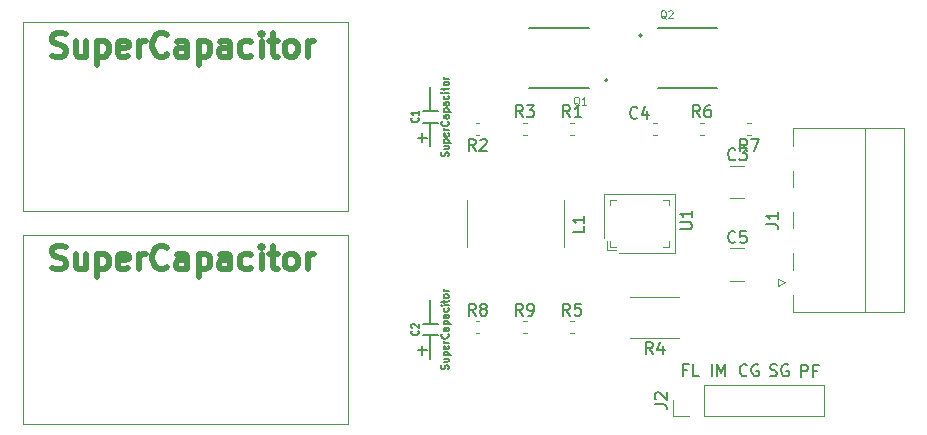
<source format=gbr>
%TF.GenerationSoftware,KiCad,Pcbnew,(5.1.6)-1*%
%TF.CreationDate,2020-12-03T13:02:19+08:00*%
%TF.ProjectId,SuperCap_UPS,53757065-7243-4617-905f-5550532e6b69,rev?*%
%TF.SameCoordinates,Original*%
%TF.FileFunction,Legend,Top*%
%TF.FilePolarity,Positive*%
%FSLAX46Y46*%
G04 Gerber Fmt 4.6, Leading zero omitted, Abs format (unit mm)*
G04 Created by KiCad (PCBNEW (5.1.6)-1) date 2020-12-03 13:02:19*
%MOMM*%
%LPD*%
G01*
G04 APERTURE LIST*
%ADD10C,0.150000*%
%ADD11C,0.120000*%
%ADD12C,0.200000*%
%ADD13C,0.127000*%
%ADD14C,0.203200*%
%ADD15C,0.015000*%
%ADD16C,0.500000*%
G04 APERTURE END LIST*
D10*
X197409523Y-115502380D02*
X197409523Y-114502380D01*
X197790476Y-114502380D01*
X197885714Y-114550000D01*
X197933333Y-114597619D01*
X197980952Y-114692857D01*
X197980952Y-114835714D01*
X197933333Y-114930952D01*
X197885714Y-114978571D01*
X197790476Y-115026190D01*
X197409523Y-115026190D01*
X198742857Y-114978571D02*
X198409523Y-114978571D01*
X198409523Y-115502380D02*
X198409523Y-114502380D01*
X198885714Y-114502380D01*
X194764285Y-115404761D02*
X194907142Y-115452380D01*
X195145238Y-115452380D01*
X195240476Y-115404761D01*
X195288095Y-115357142D01*
X195335714Y-115261904D01*
X195335714Y-115166666D01*
X195288095Y-115071428D01*
X195240476Y-115023809D01*
X195145238Y-114976190D01*
X194954761Y-114928571D01*
X194859523Y-114880952D01*
X194811904Y-114833333D01*
X194764285Y-114738095D01*
X194764285Y-114642857D01*
X194811904Y-114547619D01*
X194859523Y-114500000D01*
X194954761Y-114452380D01*
X195192857Y-114452380D01*
X195335714Y-114500000D01*
X196288095Y-114500000D02*
X196192857Y-114452380D01*
X196050000Y-114452380D01*
X195907142Y-114500000D01*
X195811904Y-114595238D01*
X195764285Y-114690476D01*
X195716666Y-114880952D01*
X195716666Y-115023809D01*
X195764285Y-115214285D01*
X195811904Y-115309523D01*
X195907142Y-115404761D01*
X196050000Y-115452380D01*
X196145238Y-115452380D01*
X196288095Y-115404761D01*
X196335714Y-115357142D01*
X196335714Y-115023809D01*
X196145238Y-115023809D01*
X192809523Y-115357142D02*
X192761904Y-115404761D01*
X192619047Y-115452380D01*
X192523809Y-115452380D01*
X192380952Y-115404761D01*
X192285714Y-115309523D01*
X192238095Y-115214285D01*
X192190476Y-115023809D01*
X192190476Y-114880952D01*
X192238095Y-114690476D01*
X192285714Y-114595238D01*
X192380952Y-114500000D01*
X192523809Y-114452380D01*
X192619047Y-114452380D01*
X192761904Y-114500000D01*
X192809523Y-114547619D01*
X193761904Y-114500000D02*
X193666666Y-114452380D01*
X193523809Y-114452380D01*
X193380952Y-114500000D01*
X193285714Y-114595238D01*
X193238095Y-114690476D01*
X193190476Y-114880952D01*
X193190476Y-115023809D01*
X193238095Y-115214285D01*
X193285714Y-115309523D01*
X193380952Y-115404761D01*
X193523809Y-115452380D01*
X193619047Y-115452380D01*
X193761904Y-115404761D01*
X193809523Y-115357142D01*
X193809523Y-115023809D01*
X193619047Y-115023809D01*
X189828571Y-115452380D02*
X189828571Y-114452380D01*
X190304761Y-115452380D02*
X190304761Y-114452380D01*
X190638095Y-115166666D01*
X190971428Y-114452380D01*
X190971428Y-115452380D01*
X187738095Y-114928571D02*
X187404761Y-114928571D01*
X187404761Y-115452380D02*
X187404761Y-114452380D01*
X187880952Y-114452380D01*
X188738095Y-115452380D02*
X188261904Y-115452380D01*
X188261904Y-114452380D01*
D11*
%TO.C,J2*%
X186550000Y-118830000D02*
X186550000Y-117500000D01*
X187880000Y-118830000D02*
X186550000Y-118830000D01*
X189150000Y-118830000D02*
X189150000Y-116170000D01*
X189150000Y-116170000D02*
X199370000Y-116170000D01*
X189150000Y-118830000D02*
X199370000Y-118830000D01*
X199370000Y-118830000D02*
X199370000Y-116170000D01*
%TO.C,J1*%
X195400000Y-107800000D02*
X195400000Y-107200000D01*
X196000000Y-107500000D02*
X195400000Y-107800000D01*
X195400000Y-107200000D02*
X196000000Y-107500000D01*
X202800000Y-110060000D02*
X202800000Y-94440000D01*
X196690000Y-99450000D02*
X196690000Y-98050000D01*
X196690000Y-102950000D02*
X196690000Y-101550000D01*
X196690000Y-106450000D02*
X196690000Y-105050000D01*
X196690000Y-94440000D02*
X196690000Y-95950000D01*
X196690000Y-110060000D02*
X196690000Y-108550000D01*
X206110000Y-94440000D02*
X196690000Y-94440000D01*
X206110000Y-110060000D02*
X206110000Y-94440000D01*
X196690000Y-110060000D02*
X206110000Y-110060000D01*
%TO.C,R9*%
X173837221Y-111810000D02*
X174162779Y-111810000D01*
X173837221Y-110790000D02*
X174162779Y-110790000D01*
%TO.C,R8*%
X169837221Y-111810000D02*
X170162779Y-111810000D01*
X169837221Y-110790000D02*
X170162779Y-110790000D01*
%TO.C,R7*%
X193162779Y-93990000D02*
X192837221Y-93990000D01*
X193162779Y-95010000D02*
X192837221Y-95010000D01*
%TO.C,R6*%
X188837221Y-95010000D02*
X189162779Y-95010000D01*
X188837221Y-93990000D02*
X189162779Y-93990000D01*
%TO.C,R5*%
X177837221Y-111810000D02*
X178162779Y-111810000D01*
X177837221Y-110790000D02*
X178162779Y-110790000D01*
%TO.C,R4*%
X187052064Y-108790000D02*
X182947936Y-108790000D01*
X187052064Y-112210000D02*
X182947936Y-112210000D01*
%TO.C,R3*%
X173837221Y-95010000D02*
X174162779Y-95010000D01*
X173837221Y-93990000D02*
X174162779Y-93990000D01*
%TO.C,R2*%
X170162779Y-93990000D02*
X169837221Y-93990000D01*
X170162779Y-95010000D02*
X169837221Y-95010000D01*
%TO.C,R1*%
X177837221Y-95010000D02*
X178162779Y-95010000D01*
X177837221Y-93990000D02*
X178162779Y-93990000D01*
D12*
%TO.C,Q2*%
X183900000Y-86600000D02*
G75*
G03*
X183900000Y-86600000I-100000J0D01*
G01*
D13*
X185300000Y-85950000D02*
X190300000Y-85950000D01*
X185300000Y-91050000D02*
X190300000Y-91050000D01*
D12*
%TO.C,Q1*%
X181000000Y-90400000D02*
G75*
G03*
X181000000Y-90400000I-100000J0D01*
G01*
D13*
X179400000Y-91050000D02*
X174400000Y-91050000D01*
X179400000Y-85950000D02*
X174400000Y-85950000D01*
D11*
%TO.C,C5*%
X191397936Y-107360000D02*
X192602064Y-107360000D01*
X191397936Y-104640000D02*
X192602064Y-104640000D01*
%TO.C,C4*%
X184837221Y-95010000D02*
X185162779Y-95010000D01*
X184837221Y-93990000D02*
X185162779Y-93990000D01*
%TO.C,C3*%
X191397936Y-100360000D02*
X192602064Y-100360000D01*
X191397936Y-97640000D02*
X192602064Y-97640000D01*
%TO.C,L1*%
X177300000Y-104500000D02*
X177300000Y-100500000D01*
X169100000Y-104500000D02*
X169100000Y-100500000D01*
%TO.C,U1*%
X181700000Y-104500000D02*
X181200000Y-104500000D01*
X181200000Y-104500000D02*
X181200000Y-104000000D01*
X181200000Y-101000000D02*
X181200000Y-100500000D01*
X181200000Y-100500000D02*
X181700000Y-100500000D01*
X181700000Y-104750000D02*
X180950000Y-104750000D01*
X180950000Y-104750000D02*
X180950000Y-104000000D01*
X185700000Y-104500000D02*
X186200000Y-104500000D01*
X186200000Y-104500000D02*
X186200000Y-104000000D01*
X186200000Y-101000000D02*
X186200000Y-100500000D01*
X186200000Y-100500000D02*
X185700000Y-100500000D01*
X181950000Y-105000000D02*
X186700000Y-105000000D01*
X186700000Y-105000000D02*
X186700000Y-100000000D01*
X186700000Y-100000000D02*
X180700000Y-100000000D01*
X180700000Y-100000000D02*
X180700000Y-103750000D01*
%TO.C,C2*%
X131500000Y-103500000D02*
X159000000Y-103500000D01*
X159000000Y-119500000D02*
X159000000Y-103500000D01*
X131500000Y-119500000D02*
X131500000Y-103500000D01*
X131500000Y-119500000D02*
X159000000Y-119500000D01*
D14*
X165365000Y-111997840D02*
X166000000Y-111997840D01*
X166000000Y-111997840D02*
X166635000Y-111997840D01*
X165365000Y-111002160D02*
X166000000Y-111002160D01*
X166000000Y-111002160D02*
X166635000Y-111002160D01*
X166000000Y-111997840D02*
X166000000Y-114000000D01*
X166000000Y-111002160D02*
X166000000Y-109000000D01*
D11*
%TO.C,C1*%
X131500000Y-85500000D02*
X159000000Y-85500000D01*
X159000000Y-101500000D02*
X159000000Y-85500000D01*
X131500000Y-101500000D02*
X131500000Y-85500000D01*
X131500000Y-101500000D02*
X159000000Y-101500000D01*
D14*
X165365000Y-93997840D02*
X166000000Y-93997840D01*
X166000000Y-93997840D02*
X166635000Y-93997840D01*
X165365000Y-93002160D02*
X166000000Y-93002160D01*
X166000000Y-93002160D02*
X166635000Y-93002160D01*
X166000000Y-93997840D02*
X166000000Y-96000000D01*
X166000000Y-93002160D02*
X166000000Y-91000000D01*
%TO.C,J2*%
D10*
X185002380Y-117833333D02*
X185716666Y-117833333D01*
X185859523Y-117880952D01*
X185954761Y-117976190D01*
X186002380Y-118119047D01*
X186002380Y-118214285D01*
X185097619Y-117404761D02*
X185050000Y-117357142D01*
X185002380Y-117261904D01*
X185002380Y-117023809D01*
X185050000Y-116928571D01*
X185097619Y-116880952D01*
X185192857Y-116833333D01*
X185288095Y-116833333D01*
X185430952Y-116880952D01*
X186002380Y-117452380D01*
X186002380Y-116833333D01*
%TO.C,J1*%
X194452380Y-102583333D02*
X195166666Y-102583333D01*
X195309523Y-102630952D01*
X195404761Y-102726190D01*
X195452380Y-102869047D01*
X195452380Y-102964285D01*
X195452380Y-101583333D02*
X195452380Y-102154761D01*
X195452380Y-101869047D02*
X194452380Y-101869047D01*
X194595238Y-101964285D01*
X194690476Y-102059523D01*
X194738095Y-102154761D01*
%TO.C,R9*%
X173833333Y-110322380D02*
X173500000Y-109846190D01*
X173261904Y-110322380D02*
X173261904Y-109322380D01*
X173642857Y-109322380D01*
X173738095Y-109370000D01*
X173785714Y-109417619D01*
X173833333Y-109512857D01*
X173833333Y-109655714D01*
X173785714Y-109750952D01*
X173738095Y-109798571D01*
X173642857Y-109846190D01*
X173261904Y-109846190D01*
X174309523Y-110322380D02*
X174500000Y-110322380D01*
X174595238Y-110274761D01*
X174642857Y-110227142D01*
X174738095Y-110084285D01*
X174785714Y-109893809D01*
X174785714Y-109512857D01*
X174738095Y-109417619D01*
X174690476Y-109370000D01*
X174595238Y-109322380D01*
X174404761Y-109322380D01*
X174309523Y-109370000D01*
X174261904Y-109417619D01*
X174214285Y-109512857D01*
X174214285Y-109750952D01*
X174261904Y-109846190D01*
X174309523Y-109893809D01*
X174404761Y-109941428D01*
X174595238Y-109941428D01*
X174690476Y-109893809D01*
X174738095Y-109846190D01*
X174785714Y-109750952D01*
%TO.C,R8*%
X169833333Y-110322380D02*
X169500000Y-109846190D01*
X169261904Y-110322380D02*
X169261904Y-109322380D01*
X169642857Y-109322380D01*
X169738095Y-109370000D01*
X169785714Y-109417619D01*
X169833333Y-109512857D01*
X169833333Y-109655714D01*
X169785714Y-109750952D01*
X169738095Y-109798571D01*
X169642857Y-109846190D01*
X169261904Y-109846190D01*
X170404761Y-109750952D02*
X170309523Y-109703333D01*
X170261904Y-109655714D01*
X170214285Y-109560476D01*
X170214285Y-109512857D01*
X170261904Y-109417619D01*
X170309523Y-109370000D01*
X170404761Y-109322380D01*
X170595238Y-109322380D01*
X170690476Y-109370000D01*
X170738095Y-109417619D01*
X170785714Y-109512857D01*
X170785714Y-109560476D01*
X170738095Y-109655714D01*
X170690476Y-109703333D01*
X170595238Y-109750952D01*
X170404761Y-109750952D01*
X170309523Y-109798571D01*
X170261904Y-109846190D01*
X170214285Y-109941428D01*
X170214285Y-110131904D01*
X170261904Y-110227142D01*
X170309523Y-110274761D01*
X170404761Y-110322380D01*
X170595238Y-110322380D01*
X170690476Y-110274761D01*
X170738095Y-110227142D01*
X170785714Y-110131904D01*
X170785714Y-109941428D01*
X170738095Y-109846190D01*
X170690476Y-109798571D01*
X170595238Y-109750952D01*
%TO.C,R7*%
X192833333Y-96382380D02*
X192500000Y-95906190D01*
X192261904Y-96382380D02*
X192261904Y-95382380D01*
X192642857Y-95382380D01*
X192738095Y-95430000D01*
X192785714Y-95477619D01*
X192833333Y-95572857D01*
X192833333Y-95715714D01*
X192785714Y-95810952D01*
X192738095Y-95858571D01*
X192642857Y-95906190D01*
X192261904Y-95906190D01*
X193166666Y-95382380D02*
X193833333Y-95382380D01*
X193404761Y-96382380D01*
%TO.C,R6*%
X188833333Y-93522380D02*
X188500000Y-93046190D01*
X188261904Y-93522380D02*
X188261904Y-92522380D01*
X188642857Y-92522380D01*
X188738095Y-92570000D01*
X188785714Y-92617619D01*
X188833333Y-92712857D01*
X188833333Y-92855714D01*
X188785714Y-92950952D01*
X188738095Y-92998571D01*
X188642857Y-93046190D01*
X188261904Y-93046190D01*
X189690476Y-92522380D02*
X189500000Y-92522380D01*
X189404761Y-92570000D01*
X189357142Y-92617619D01*
X189261904Y-92760476D01*
X189214285Y-92950952D01*
X189214285Y-93331904D01*
X189261904Y-93427142D01*
X189309523Y-93474761D01*
X189404761Y-93522380D01*
X189595238Y-93522380D01*
X189690476Y-93474761D01*
X189738095Y-93427142D01*
X189785714Y-93331904D01*
X189785714Y-93093809D01*
X189738095Y-92998571D01*
X189690476Y-92950952D01*
X189595238Y-92903333D01*
X189404761Y-92903333D01*
X189309523Y-92950952D01*
X189261904Y-92998571D01*
X189214285Y-93093809D01*
%TO.C,R5*%
X177833333Y-110322380D02*
X177500000Y-109846190D01*
X177261904Y-110322380D02*
X177261904Y-109322380D01*
X177642857Y-109322380D01*
X177738095Y-109370000D01*
X177785714Y-109417619D01*
X177833333Y-109512857D01*
X177833333Y-109655714D01*
X177785714Y-109750952D01*
X177738095Y-109798571D01*
X177642857Y-109846190D01*
X177261904Y-109846190D01*
X178738095Y-109322380D02*
X178261904Y-109322380D01*
X178214285Y-109798571D01*
X178261904Y-109750952D01*
X178357142Y-109703333D01*
X178595238Y-109703333D01*
X178690476Y-109750952D01*
X178738095Y-109798571D01*
X178785714Y-109893809D01*
X178785714Y-110131904D01*
X178738095Y-110227142D01*
X178690476Y-110274761D01*
X178595238Y-110322380D01*
X178357142Y-110322380D01*
X178261904Y-110274761D01*
X178214285Y-110227142D01*
%TO.C,R4*%
X184833333Y-113572380D02*
X184500000Y-113096190D01*
X184261904Y-113572380D02*
X184261904Y-112572380D01*
X184642857Y-112572380D01*
X184738095Y-112620000D01*
X184785714Y-112667619D01*
X184833333Y-112762857D01*
X184833333Y-112905714D01*
X184785714Y-113000952D01*
X184738095Y-113048571D01*
X184642857Y-113096190D01*
X184261904Y-113096190D01*
X185690476Y-112905714D02*
X185690476Y-113572380D01*
X185452380Y-112524761D02*
X185214285Y-113239047D01*
X185833333Y-113239047D01*
%TO.C,R3*%
X173833333Y-93522380D02*
X173500000Y-93046190D01*
X173261904Y-93522380D02*
X173261904Y-92522380D01*
X173642857Y-92522380D01*
X173738095Y-92570000D01*
X173785714Y-92617619D01*
X173833333Y-92712857D01*
X173833333Y-92855714D01*
X173785714Y-92950952D01*
X173738095Y-92998571D01*
X173642857Y-93046190D01*
X173261904Y-93046190D01*
X174166666Y-92522380D02*
X174785714Y-92522380D01*
X174452380Y-92903333D01*
X174595238Y-92903333D01*
X174690476Y-92950952D01*
X174738095Y-92998571D01*
X174785714Y-93093809D01*
X174785714Y-93331904D01*
X174738095Y-93427142D01*
X174690476Y-93474761D01*
X174595238Y-93522380D01*
X174309523Y-93522380D01*
X174214285Y-93474761D01*
X174166666Y-93427142D01*
%TO.C,R2*%
X169833333Y-96382380D02*
X169500000Y-95906190D01*
X169261904Y-96382380D02*
X169261904Y-95382380D01*
X169642857Y-95382380D01*
X169738095Y-95430000D01*
X169785714Y-95477619D01*
X169833333Y-95572857D01*
X169833333Y-95715714D01*
X169785714Y-95810952D01*
X169738095Y-95858571D01*
X169642857Y-95906190D01*
X169261904Y-95906190D01*
X170214285Y-95477619D02*
X170261904Y-95430000D01*
X170357142Y-95382380D01*
X170595238Y-95382380D01*
X170690476Y-95430000D01*
X170738095Y-95477619D01*
X170785714Y-95572857D01*
X170785714Y-95668095D01*
X170738095Y-95810952D01*
X170166666Y-96382380D01*
X170785714Y-96382380D01*
%TO.C,R1*%
X177833333Y-93522380D02*
X177500000Y-93046190D01*
X177261904Y-93522380D02*
X177261904Y-92522380D01*
X177642857Y-92522380D01*
X177738095Y-92570000D01*
X177785714Y-92617619D01*
X177833333Y-92712857D01*
X177833333Y-92855714D01*
X177785714Y-92950952D01*
X177738095Y-92998571D01*
X177642857Y-93046190D01*
X177261904Y-93046190D01*
X178785714Y-93522380D02*
X178214285Y-93522380D01*
X178500000Y-93522380D02*
X178500000Y-92522380D01*
X178404761Y-92665238D01*
X178309523Y-92760476D01*
X178214285Y-92808095D01*
%TO.C,Q2*%
D15*
X185955047Y-85179076D02*
X185894095Y-85148600D01*
X185833142Y-85087647D01*
X185741714Y-84996219D01*
X185680761Y-84965742D01*
X185619809Y-84965742D01*
X185650285Y-85118123D02*
X185589333Y-85087647D01*
X185528380Y-85026695D01*
X185497904Y-84904790D01*
X185497904Y-84691457D01*
X185528380Y-84569552D01*
X185589333Y-84508600D01*
X185650285Y-84478123D01*
X185772190Y-84478123D01*
X185833142Y-84508600D01*
X185894095Y-84569552D01*
X185924571Y-84691457D01*
X185924571Y-84904790D01*
X185894095Y-85026695D01*
X185833142Y-85087647D01*
X185772190Y-85118123D01*
X185650285Y-85118123D01*
X186168380Y-84539076D02*
X186198857Y-84508600D01*
X186259809Y-84478123D01*
X186412190Y-84478123D01*
X186473142Y-84508600D01*
X186503619Y-84539076D01*
X186534095Y-84600028D01*
X186534095Y-84660980D01*
X186503619Y-84752409D01*
X186137904Y-85118123D01*
X186534095Y-85118123D01*
%TO.C,Q1*%
X178623047Y-92521876D02*
X178562095Y-92491400D01*
X178501142Y-92430447D01*
X178409714Y-92339019D01*
X178348761Y-92308542D01*
X178287809Y-92308542D01*
X178318285Y-92460923D02*
X178257333Y-92430447D01*
X178196380Y-92369495D01*
X178165904Y-92247590D01*
X178165904Y-92034257D01*
X178196380Y-91912352D01*
X178257333Y-91851400D01*
X178318285Y-91820923D01*
X178440190Y-91820923D01*
X178501142Y-91851400D01*
X178562095Y-91912352D01*
X178592571Y-92034257D01*
X178592571Y-92247590D01*
X178562095Y-92369495D01*
X178501142Y-92430447D01*
X178440190Y-92460923D01*
X178318285Y-92460923D01*
X179202095Y-92460923D02*
X178836380Y-92460923D01*
X179019238Y-92460923D02*
X179019238Y-91820923D01*
X178958285Y-91912352D01*
X178897333Y-91973304D01*
X178836380Y-92003780D01*
%TO.C,C5*%
D10*
X191833333Y-104077142D02*
X191785714Y-104124761D01*
X191642857Y-104172380D01*
X191547619Y-104172380D01*
X191404761Y-104124761D01*
X191309523Y-104029523D01*
X191261904Y-103934285D01*
X191214285Y-103743809D01*
X191214285Y-103600952D01*
X191261904Y-103410476D01*
X191309523Y-103315238D01*
X191404761Y-103220000D01*
X191547619Y-103172380D01*
X191642857Y-103172380D01*
X191785714Y-103220000D01*
X191833333Y-103267619D01*
X192738095Y-103172380D02*
X192261904Y-103172380D01*
X192214285Y-103648571D01*
X192261904Y-103600952D01*
X192357142Y-103553333D01*
X192595238Y-103553333D01*
X192690476Y-103600952D01*
X192738095Y-103648571D01*
X192785714Y-103743809D01*
X192785714Y-103981904D01*
X192738095Y-104077142D01*
X192690476Y-104124761D01*
X192595238Y-104172380D01*
X192357142Y-104172380D01*
X192261904Y-104124761D01*
X192214285Y-104077142D01*
%TO.C,C4*%
X183533333Y-93557142D02*
X183485714Y-93604761D01*
X183342857Y-93652380D01*
X183247619Y-93652380D01*
X183104761Y-93604761D01*
X183009523Y-93509523D01*
X182961904Y-93414285D01*
X182914285Y-93223809D01*
X182914285Y-93080952D01*
X182961904Y-92890476D01*
X183009523Y-92795238D01*
X183104761Y-92700000D01*
X183247619Y-92652380D01*
X183342857Y-92652380D01*
X183485714Y-92700000D01*
X183533333Y-92747619D01*
X184390476Y-92985714D02*
X184390476Y-93652380D01*
X184152380Y-92604761D02*
X183914285Y-93319047D01*
X184533333Y-93319047D01*
%TO.C,C3*%
X191833333Y-97077142D02*
X191785714Y-97124761D01*
X191642857Y-97172380D01*
X191547619Y-97172380D01*
X191404761Y-97124761D01*
X191309523Y-97029523D01*
X191261904Y-96934285D01*
X191214285Y-96743809D01*
X191214285Y-96600952D01*
X191261904Y-96410476D01*
X191309523Y-96315238D01*
X191404761Y-96220000D01*
X191547619Y-96172380D01*
X191642857Y-96172380D01*
X191785714Y-96220000D01*
X191833333Y-96267619D01*
X192166666Y-96172380D02*
X192785714Y-96172380D01*
X192452380Y-96553333D01*
X192595238Y-96553333D01*
X192690476Y-96600952D01*
X192738095Y-96648571D01*
X192785714Y-96743809D01*
X192785714Y-96981904D01*
X192738095Y-97077142D01*
X192690476Y-97124761D01*
X192595238Y-97172380D01*
X192309523Y-97172380D01*
X192214285Y-97124761D01*
X192166666Y-97077142D01*
%TO.C,L1*%
X179052380Y-102766666D02*
X179052380Y-103242857D01*
X178052380Y-103242857D01*
X179052380Y-101909523D02*
X179052380Y-102480952D01*
X179052380Y-102195238D02*
X178052380Y-102195238D01*
X178195238Y-102290476D01*
X178290476Y-102385714D01*
X178338095Y-102480952D01*
%TO.C,U1*%
X187152380Y-103011904D02*
X187961904Y-103011904D01*
X188057142Y-102964285D01*
X188104761Y-102916666D01*
X188152380Y-102821428D01*
X188152380Y-102630952D01*
X188104761Y-102535714D01*
X188057142Y-102488095D01*
X187961904Y-102440476D01*
X187152380Y-102440476D01*
X188152380Y-101440476D02*
X188152380Y-102011904D01*
X188152380Y-101726190D02*
X187152380Y-101726190D01*
X187295238Y-101821428D01*
X187390476Y-101916666D01*
X187438095Y-102011904D01*
%TO.C,C2*%
D13*
X164947714Y-111601600D02*
X164976742Y-111630628D01*
X165005771Y-111717714D01*
X165005771Y-111775771D01*
X164976742Y-111862857D01*
X164918685Y-111920914D01*
X164860628Y-111949942D01*
X164744514Y-111978971D01*
X164657428Y-111978971D01*
X164541314Y-111949942D01*
X164483257Y-111920914D01*
X164425200Y-111862857D01*
X164396171Y-111775771D01*
X164396171Y-111717714D01*
X164425200Y-111630628D01*
X164454228Y-111601600D01*
X164454228Y-111369371D02*
X164425200Y-111340342D01*
X164396171Y-111282285D01*
X164396171Y-111137142D01*
X164425200Y-111079085D01*
X164454228Y-111050057D01*
X164512285Y-111021028D01*
X164570342Y-111021028D01*
X164657428Y-111050057D01*
X165005771Y-111398400D01*
X165005771Y-111021028D01*
X167516742Y-114852800D02*
X167545771Y-114765714D01*
X167545771Y-114620571D01*
X167516742Y-114562514D01*
X167487714Y-114533485D01*
X167429657Y-114504457D01*
X167371600Y-114504457D01*
X167313542Y-114533485D01*
X167284514Y-114562514D01*
X167255485Y-114620571D01*
X167226457Y-114736685D01*
X167197428Y-114794742D01*
X167168400Y-114823771D01*
X167110342Y-114852800D01*
X167052285Y-114852800D01*
X166994228Y-114823771D01*
X166965200Y-114794742D01*
X166936171Y-114736685D01*
X166936171Y-114591542D01*
X166965200Y-114504457D01*
X167139371Y-113981942D02*
X167545771Y-113981942D01*
X167139371Y-114243200D02*
X167458685Y-114243200D01*
X167516742Y-114214171D01*
X167545771Y-114156114D01*
X167545771Y-114069028D01*
X167516742Y-114010971D01*
X167487714Y-113981942D01*
X167139371Y-113691657D02*
X167748971Y-113691657D01*
X167168400Y-113691657D02*
X167139371Y-113633600D01*
X167139371Y-113517485D01*
X167168400Y-113459428D01*
X167197428Y-113430400D01*
X167255485Y-113401371D01*
X167429657Y-113401371D01*
X167487714Y-113430400D01*
X167516742Y-113459428D01*
X167545771Y-113517485D01*
X167545771Y-113633600D01*
X167516742Y-113691657D01*
X167516742Y-112907885D02*
X167545771Y-112965942D01*
X167545771Y-113082057D01*
X167516742Y-113140114D01*
X167458685Y-113169142D01*
X167226457Y-113169142D01*
X167168400Y-113140114D01*
X167139371Y-113082057D01*
X167139371Y-112965942D01*
X167168400Y-112907885D01*
X167226457Y-112878857D01*
X167284514Y-112878857D01*
X167342571Y-113169142D01*
X167545771Y-112617600D02*
X167139371Y-112617600D01*
X167255485Y-112617600D02*
X167197428Y-112588571D01*
X167168400Y-112559542D01*
X167139371Y-112501485D01*
X167139371Y-112443428D01*
X167487714Y-111891885D02*
X167516742Y-111920914D01*
X167545771Y-112008000D01*
X167545771Y-112066057D01*
X167516742Y-112153142D01*
X167458685Y-112211200D01*
X167400628Y-112240228D01*
X167284514Y-112269257D01*
X167197428Y-112269257D01*
X167081314Y-112240228D01*
X167023257Y-112211200D01*
X166965200Y-112153142D01*
X166936171Y-112066057D01*
X166936171Y-112008000D01*
X166965200Y-111920914D01*
X166994228Y-111891885D01*
X167545771Y-111369371D02*
X167226457Y-111369371D01*
X167168400Y-111398400D01*
X167139371Y-111456457D01*
X167139371Y-111572571D01*
X167168400Y-111630628D01*
X167516742Y-111369371D02*
X167545771Y-111427428D01*
X167545771Y-111572571D01*
X167516742Y-111630628D01*
X167458685Y-111659657D01*
X167400628Y-111659657D01*
X167342571Y-111630628D01*
X167313542Y-111572571D01*
X167313542Y-111427428D01*
X167284514Y-111369371D01*
X167139371Y-111079085D02*
X167748971Y-111079085D01*
X167168400Y-111079085D02*
X167139371Y-111021028D01*
X167139371Y-110904914D01*
X167168400Y-110846857D01*
X167197428Y-110817828D01*
X167255485Y-110788800D01*
X167429657Y-110788800D01*
X167487714Y-110817828D01*
X167516742Y-110846857D01*
X167545771Y-110904914D01*
X167545771Y-111021028D01*
X167516742Y-111079085D01*
X167545771Y-110266285D02*
X167226457Y-110266285D01*
X167168400Y-110295314D01*
X167139371Y-110353371D01*
X167139371Y-110469485D01*
X167168400Y-110527542D01*
X167516742Y-110266285D02*
X167545771Y-110324342D01*
X167545771Y-110469485D01*
X167516742Y-110527542D01*
X167458685Y-110556571D01*
X167400628Y-110556571D01*
X167342571Y-110527542D01*
X167313542Y-110469485D01*
X167313542Y-110324342D01*
X167284514Y-110266285D01*
X167516742Y-109714742D02*
X167545771Y-109772800D01*
X167545771Y-109888914D01*
X167516742Y-109946971D01*
X167487714Y-109976000D01*
X167429657Y-110005028D01*
X167255485Y-110005028D01*
X167197428Y-109976000D01*
X167168400Y-109946971D01*
X167139371Y-109888914D01*
X167139371Y-109772800D01*
X167168400Y-109714742D01*
X167545771Y-109453485D02*
X167139371Y-109453485D01*
X166936171Y-109453485D02*
X166965200Y-109482514D01*
X166994228Y-109453485D01*
X166965200Y-109424457D01*
X166936171Y-109453485D01*
X166994228Y-109453485D01*
X167139371Y-109250285D02*
X167139371Y-109018057D01*
X166936171Y-109163200D02*
X167458685Y-109163200D01*
X167516742Y-109134171D01*
X167545771Y-109076114D01*
X167545771Y-109018057D01*
X167545771Y-108727771D02*
X167516742Y-108785828D01*
X167487714Y-108814857D01*
X167429657Y-108843885D01*
X167255485Y-108843885D01*
X167197428Y-108814857D01*
X167168400Y-108785828D01*
X167139371Y-108727771D01*
X167139371Y-108640685D01*
X167168400Y-108582628D01*
X167197428Y-108553600D01*
X167255485Y-108524571D01*
X167429657Y-108524571D01*
X167487714Y-108553600D01*
X167516742Y-108582628D01*
X167545771Y-108640685D01*
X167545771Y-108727771D01*
X167545771Y-108263314D02*
X167139371Y-108263314D01*
X167255485Y-108263314D02*
X167197428Y-108234285D01*
X167168400Y-108205257D01*
X167139371Y-108147200D01*
X167139371Y-108089142D01*
D16*
X134000000Y-106309523D02*
X134285714Y-106404761D01*
X134761904Y-106404761D01*
X134952380Y-106309523D01*
X135047619Y-106214285D01*
X135142857Y-106023809D01*
X135142857Y-105833333D01*
X135047619Y-105642857D01*
X134952380Y-105547619D01*
X134761904Y-105452380D01*
X134380952Y-105357142D01*
X134190476Y-105261904D01*
X134095238Y-105166666D01*
X134000000Y-104976190D01*
X134000000Y-104785714D01*
X134095238Y-104595238D01*
X134190476Y-104500000D01*
X134380952Y-104404761D01*
X134857142Y-104404761D01*
X135142857Y-104500000D01*
X136857142Y-105071428D02*
X136857142Y-106404761D01*
X136000000Y-105071428D02*
X136000000Y-106119047D01*
X136095238Y-106309523D01*
X136285714Y-106404761D01*
X136571428Y-106404761D01*
X136761904Y-106309523D01*
X136857142Y-106214285D01*
X137809523Y-105071428D02*
X137809523Y-107071428D01*
X137809523Y-105166666D02*
X138000000Y-105071428D01*
X138380952Y-105071428D01*
X138571428Y-105166666D01*
X138666666Y-105261904D01*
X138761904Y-105452380D01*
X138761904Y-106023809D01*
X138666666Y-106214285D01*
X138571428Y-106309523D01*
X138380952Y-106404761D01*
X138000000Y-106404761D01*
X137809523Y-106309523D01*
X140380952Y-106309523D02*
X140190476Y-106404761D01*
X139809523Y-106404761D01*
X139619047Y-106309523D01*
X139523809Y-106119047D01*
X139523809Y-105357142D01*
X139619047Y-105166666D01*
X139809523Y-105071428D01*
X140190476Y-105071428D01*
X140380952Y-105166666D01*
X140476190Y-105357142D01*
X140476190Y-105547619D01*
X139523809Y-105738095D01*
X141333333Y-106404761D02*
X141333333Y-105071428D01*
X141333333Y-105452380D02*
X141428571Y-105261904D01*
X141523809Y-105166666D01*
X141714285Y-105071428D01*
X141904761Y-105071428D01*
X143714285Y-106214285D02*
X143619047Y-106309523D01*
X143333333Y-106404761D01*
X143142857Y-106404761D01*
X142857142Y-106309523D01*
X142666666Y-106119047D01*
X142571428Y-105928571D01*
X142476190Y-105547619D01*
X142476190Y-105261904D01*
X142571428Y-104880952D01*
X142666666Y-104690476D01*
X142857142Y-104500000D01*
X143142857Y-104404761D01*
X143333333Y-104404761D01*
X143619047Y-104500000D01*
X143714285Y-104595238D01*
X145428571Y-106404761D02*
X145428571Y-105357142D01*
X145333333Y-105166666D01*
X145142857Y-105071428D01*
X144761904Y-105071428D01*
X144571428Y-105166666D01*
X145428571Y-106309523D02*
X145238095Y-106404761D01*
X144761904Y-106404761D01*
X144571428Y-106309523D01*
X144476190Y-106119047D01*
X144476190Y-105928571D01*
X144571428Y-105738095D01*
X144761904Y-105642857D01*
X145238095Y-105642857D01*
X145428571Y-105547619D01*
X146380952Y-105071428D02*
X146380952Y-107071428D01*
X146380952Y-105166666D02*
X146571428Y-105071428D01*
X146952380Y-105071428D01*
X147142857Y-105166666D01*
X147238095Y-105261904D01*
X147333333Y-105452380D01*
X147333333Y-106023809D01*
X147238095Y-106214285D01*
X147142857Y-106309523D01*
X146952380Y-106404761D01*
X146571428Y-106404761D01*
X146380952Y-106309523D01*
X149047619Y-106404761D02*
X149047619Y-105357142D01*
X148952380Y-105166666D01*
X148761904Y-105071428D01*
X148380952Y-105071428D01*
X148190476Y-105166666D01*
X149047619Y-106309523D02*
X148857142Y-106404761D01*
X148380952Y-106404761D01*
X148190476Y-106309523D01*
X148095238Y-106119047D01*
X148095238Y-105928571D01*
X148190476Y-105738095D01*
X148380952Y-105642857D01*
X148857142Y-105642857D01*
X149047619Y-105547619D01*
X150857142Y-106309523D02*
X150666666Y-106404761D01*
X150285714Y-106404761D01*
X150095238Y-106309523D01*
X150000000Y-106214285D01*
X149904761Y-106023809D01*
X149904761Y-105452380D01*
X150000000Y-105261904D01*
X150095238Y-105166666D01*
X150285714Y-105071428D01*
X150666666Y-105071428D01*
X150857142Y-105166666D01*
X151714285Y-106404761D02*
X151714285Y-105071428D01*
X151714285Y-104404761D02*
X151619047Y-104500000D01*
X151714285Y-104595238D01*
X151809523Y-104500000D01*
X151714285Y-104404761D01*
X151714285Y-104595238D01*
X152380952Y-105071428D02*
X153142857Y-105071428D01*
X152666666Y-104404761D02*
X152666666Y-106119047D01*
X152761904Y-106309523D01*
X152952380Y-106404761D01*
X153142857Y-106404761D01*
X154095238Y-106404761D02*
X153904761Y-106309523D01*
X153809523Y-106214285D01*
X153714285Y-106023809D01*
X153714285Y-105452380D01*
X153809523Y-105261904D01*
X153904761Y-105166666D01*
X154095238Y-105071428D01*
X154380952Y-105071428D01*
X154571428Y-105166666D01*
X154666666Y-105261904D01*
X154761904Y-105452380D01*
X154761904Y-106023809D01*
X154666666Y-106214285D01*
X154571428Y-106309523D01*
X154380952Y-106404761D01*
X154095238Y-106404761D01*
X155619047Y-106404761D02*
X155619047Y-105071428D01*
X155619047Y-105452380D02*
X155714285Y-105261904D01*
X155809523Y-105166666D01*
X156000000Y-105071428D01*
X156190476Y-105071428D01*
D10*
X165309428Y-113658952D02*
X165309428Y-112897047D01*
X165690380Y-113278000D02*
X164928476Y-113278000D01*
%TO.C,C1*%
D13*
X164947714Y-93601600D02*
X164976742Y-93630628D01*
X165005771Y-93717714D01*
X165005771Y-93775771D01*
X164976742Y-93862857D01*
X164918685Y-93920914D01*
X164860628Y-93949942D01*
X164744514Y-93978971D01*
X164657428Y-93978971D01*
X164541314Y-93949942D01*
X164483257Y-93920914D01*
X164425200Y-93862857D01*
X164396171Y-93775771D01*
X164396171Y-93717714D01*
X164425200Y-93630628D01*
X164454228Y-93601600D01*
X165005771Y-93021028D02*
X165005771Y-93369371D01*
X165005771Y-93195200D02*
X164396171Y-93195200D01*
X164483257Y-93253257D01*
X164541314Y-93311314D01*
X164570342Y-93369371D01*
X167516742Y-96852800D02*
X167545771Y-96765714D01*
X167545771Y-96620571D01*
X167516742Y-96562514D01*
X167487714Y-96533485D01*
X167429657Y-96504457D01*
X167371600Y-96504457D01*
X167313542Y-96533485D01*
X167284514Y-96562514D01*
X167255485Y-96620571D01*
X167226457Y-96736685D01*
X167197428Y-96794742D01*
X167168400Y-96823771D01*
X167110342Y-96852800D01*
X167052285Y-96852800D01*
X166994228Y-96823771D01*
X166965200Y-96794742D01*
X166936171Y-96736685D01*
X166936171Y-96591542D01*
X166965200Y-96504457D01*
X167139371Y-95981942D02*
X167545771Y-95981942D01*
X167139371Y-96243200D02*
X167458685Y-96243200D01*
X167516742Y-96214171D01*
X167545771Y-96156114D01*
X167545771Y-96069028D01*
X167516742Y-96010971D01*
X167487714Y-95981942D01*
X167139371Y-95691657D02*
X167748971Y-95691657D01*
X167168400Y-95691657D02*
X167139371Y-95633600D01*
X167139371Y-95517485D01*
X167168400Y-95459428D01*
X167197428Y-95430400D01*
X167255485Y-95401371D01*
X167429657Y-95401371D01*
X167487714Y-95430400D01*
X167516742Y-95459428D01*
X167545771Y-95517485D01*
X167545771Y-95633600D01*
X167516742Y-95691657D01*
X167516742Y-94907885D02*
X167545771Y-94965942D01*
X167545771Y-95082057D01*
X167516742Y-95140114D01*
X167458685Y-95169142D01*
X167226457Y-95169142D01*
X167168400Y-95140114D01*
X167139371Y-95082057D01*
X167139371Y-94965942D01*
X167168400Y-94907885D01*
X167226457Y-94878857D01*
X167284514Y-94878857D01*
X167342571Y-95169142D01*
X167545771Y-94617600D02*
X167139371Y-94617600D01*
X167255485Y-94617600D02*
X167197428Y-94588571D01*
X167168400Y-94559542D01*
X167139371Y-94501485D01*
X167139371Y-94443428D01*
X167487714Y-93891885D02*
X167516742Y-93920914D01*
X167545771Y-94008000D01*
X167545771Y-94066057D01*
X167516742Y-94153142D01*
X167458685Y-94211200D01*
X167400628Y-94240228D01*
X167284514Y-94269257D01*
X167197428Y-94269257D01*
X167081314Y-94240228D01*
X167023257Y-94211200D01*
X166965200Y-94153142D01*
X166936171Y-94066057D01*
X166936171Y-94008000D01*
X166965200Y-93920914D01*
X166994228Y-93891885D01*
X167545771Y-93369371D02*
X167226457Y-93369371D01*
X167168400Y-93398400D01*
X167139371Y-93456457D01*
X167139371Y-93572571D01*
X167168400Y-93630628D01*
X167516742Y-93369371D02*
X167545771Y-93427428D01*
X167545771Y-93572571D01*
X167516742Y-93630628D01*
X167458685Y-93659657D01*
X167400628Y-93659657D01*
X167342571Y-93630628D01*
X167313542Y-93572571D01*
X167313542Y-93427428D01*
X167284514Y-93369371D01*
X167139371Y-93079085D02*
X167748971Y-93079085D01*
X167168400Y-93079085D02*
X167139371Y-93021028D01*
X167139371Y-92904914D01*
X167168400Y-92846857D01*
X167197428Y-92817828D01*
X167255485Y-92788800D01*
X167429657Y-92788800D01*
X167487714Y-92817828D01*
X167516742Y-92846857D01*
X167545771Y-92904914D01*
X167545771Y-93021028D01*
X167516742Y-93079085D01*
X167545771Y-92266285D02*
X167226457Y-92266285D01*
X167168400Y-92295314D01*
X167139371Y-92353371D01*
X167139371Y-92469485D01*
X167168400Y-92527542D01*
X167516742Y-92266285D02*
X167545771Y-92324342D01*
X167545771Y-92469485D01*
X167516742Y-92527542D01*
X167458685Y-92556571D01*
X167400628Y-92556571D01*
X167342571Y-92527542D01*
X167313542Y-92469485D01*
X167313542Y-92324342D01*
X167284514Y-92266285D01*
X167516742Y-91714742D02*
X167545771Y-91772800D01*
X167545771Y-91888914D01*
X167516742Y-91946971D01*
X167487714Y-91976000D01*
X167429657Y-92005028D01*
X167255485Y-92005028D01*
X167197428Y-91976000D01*
X167168400Y-91946971D01*
X167139371Y-91888914D01*
X167139371Y-91772800D01*
X167168400Y-91714742D01*
X167545771Y-91453485D02*
X167139371Y-91453485D01*
X166936171Y-91453485D02*
X166965200Y-91482514D01*
X166994228Y-91453485D01*
X166965200Y-91424457D01*
X166936171Y-91453485D01*
X166994228Y-91453485D01*
X167139371Y-91250285D02*
X167139371Y-91018057D01*
X166936171Y-91163200D02*
X167458685Y-91163200D01*
X167516742Y-91134171D01*
X167545771Y-91076114D01*
X167545771Y-91018057D01*
X167545771Y-90727771D02*
X167516742Y-90785828D01*
X167487714Y-90814857D01*
X167429657Y-90843885D01*
X167255485Y-90843885D01*
X167197428Y-90814857D01*
X167168400Y-90785828D01*
X167139371Y-90727771D01*
X167139371Y-90640685D01*
X167168400Y-90582628D01*
X167197428Y-90553600D01*
X167255485Y-90524571D01*
X167429657Y-90524571D01*
X167487714Y-90553600D01*
X167516742Y-90582628D01*
X167545771Y-90640685D01*
X167545771Y-90727771D01*
X167545771Y-90263314D02*
X167139371Y-90263314D01*
X167255485Y-90263314D02*
X167197428Y-90234285D01*
X167168400Y-90205257D01*
X167139371Y-90147200D01*
X167139371Y-90089142D01*
D16*
X134000000Y-88309523D02*
X134285714Y-88404761D01*
X134761904Y-88404761D01*
X134952380Y-88309523D01*
X135047619Y-88214285D01*
X135142857Y-88023809D01*
X135142857Y-87833333D01*
X135047619Y-87642857D01*
X134952380Y-87547619D01*
X134761904Y-87452380D01*
X134380952Y-87357142D01*
X134190476Y-87261904D01*
X134095238Y-87166666D01*
X134000000Y-86976190D01*
X134000000Y-86785714D01*
X134095238Y-86595238D01*
X134190476Y-86500000D01*
X134380952Y-86404761D01*
X134857142Y-86404761D01*
X135142857Y-86500000D01*
X136857142Y-87071428D02*
X136857142Y-88404761D01*
X136000000Y-87071428D02*
X136000000Y-88119047D01*
X136095238Y-88309523D01*
X136285714Y-88404761D01*
X136571428Y-88404761D01*
X136761904Y-88309523D01*
X136857142Y-88214285D01*
X137809523Y-87071428D02*
X137809523Y-89071428D01*
X137809523Y-87166666D02*
X138000000Y-87071428D01*
X138380952Y-87071428D01*
X138571428Y-87166666D01*
X138666666Y-87261904D01*
X138761904Y-87452380D01*
X138761904Y-88023809D01*
X138666666Y-88214285D01*
X138571428Y-88309523D01*
X138380952Y-88404761D01*
X138000000Y-88404761D01*
X137809523Y-88309523D01*
X140380952Y-88309523D02*
X140190476Y-88404761D01*
X139809523Y-88404761D01*
X139619047Y-88309523D01*
X139523809Y-88119047D01*
X139523809Y-87357142D01*
X139619047Y-87166666D01*
X139809523Y-87071428D01*
X140190476Y-87071428D01*
X140380952Y-87166666D01*
X140476190Y-87357142D01*
X140476190Y-87547619D01*
X139523809Y-87738095D01*
X141333333Y-88404761D02*
X141333333Y-87071428D01*
X141333333Y-87452380D02*
X141428571Y-87261904D01*
X141523809Y-87166666D01*
X141714285Y-87071428D01*
X141904761Y-87071428D01*
X143714285Y-88214285D02*
X143619047Y-88309523D01*
X143333333Y-88404761D01*
X143142857Y-88404761D01*
X142857142Y-88309523D01*
X142666666Y-88119047D01*
X142571428Y-87928571D01*
X142476190Y-87547619D01*
X142476190Y-87261904D01*
X142571428Y-86880952D01*
X142666666Y-86690476D01*
X142857142Y-86500000D01*
X143142857Y-86404761D01*
X143333333Y-86404761D01*
X143619047Y-86500000D01*
X143714285Y-86595238D01*
X145428571Y-88404761D02*
X145428571Y-87357142D01*
X145333333Y-87166666D01*
X145142857Y-87071428D01*
X144761904Y-87071428D01*
X144571428Y-87166666D01*
X145428571Y-88309523D02*
X145238095Y-88404761D01*
X144761904Y-88404761D01*
X144571428Y-88309523D01*
X144476190Y-88119047D01*
X144476190Y-87928571D01*
X144571428Y-87738095D01*
X144761904Y-87642857D01*
X145238095Y-87642857D01*
X145428571Y-87547619D01*
X146380952Y-87071428D02*
X146380952Y-89071428D01*
X146380952Y-87166666D02*
X146571428Y-87071428D01*
X146952380Y-87071428D01*
X147142857Y-87166666D01*
X147238095Y-87261904D01*
X147333333Y-87452380D01*
X147333333Y-88023809D01*
X147238095Y-88214285D01*
X147142857Y-88309523D01*
X146952380Y-88404761D01*
X146571428Y-88404761D01*
X146380952Y-88309523D01*
X149047619Y-88404761D02*
X149047619Y-87357142D01*
X148952380Y-87166666D01*
X148761904Y-87071428D01*
X148380952Y-87071428D01*
X148190476Y-87166666D01*
X149047619Y-88309523D02*
X148857142Y-88404761D01*
X148380952Y-88404761D01*
X148190476Y-88309523D01*
X148095238Y-88119047D01*
X148095238Y-87928571D01*
X148190476Y-87738095D01*
X148380952Y-87642857D01*
X148857142Y-87642857D01*
X149047619Y-87547619D01*
X150857142Y-88309523D02*
X150666666Y-88404761D01*
X150285714Y-88404761D01*
X150095238Y-88309523D01*
X150000000Y-88214285D01*
X149904761Y-88023809D01*
X149904761Y-87452380D01*
X150000000Y-87261904D01*
X150095238Y-87166666D01*
X150285714Y-87071428D01*
X150666666Y-87071428D01*
X150857142Y-87166666D01*
X151714285Y-88404761D02*
X151714285Y-87071428D01*
X151714285Y-86404761D02*
X151619047Y-86500000D01*
X151714285Y-86595238D01*
X151809523Y-86500000D01*
X151714285Y-86404761D01*
X151714285Y-86595238D01*
X152380952Y-87071428D02*
X153142857Y-87071428D01*
X152666666Y-86404761D02*
X152666666Y-88119047D01*
X152761904Y-88309523D01*
X152952380Y-88404761D01*
X153142857Y-88404761D01*
X154095238Y-88404761D02*
X153904761Y-88309523D01*
X153809523Y-88214285D01*
X153714285Y-88023809D01*
X153714285Y-87452380D01*
X153809523Y-87261904D01*
X153904761Y-87166666D01*
X154095238Y-87071428D01*
X154380952Y-87071428D01*
X154571428Y-87166666D01*
X154666666Y-87261904D01*
X154761904Y-87452380D01*
X154761904Y-88023809D01*
X154666666Y-88214285D01*
X154571428Y-88309523D01*
X154380952Y-88404761D01*
X154095238Y-88404761D01*
X155619047Y-88404761D02*
X155619047Y-87071428D01*
X155619047Y-87452380D02*
X155714285Y-87261904D01*
X155809523Y-87166666D01*
X156000000Y-87071428D01*
X156190476Y-87071428D01*
D10*
X165309428Y-95658952D02*
X165309428Y-94897047D01*
X165690380Y-95278000D02*
X164928476Y-95278000D01*
%TD*%
M02*

</source>
